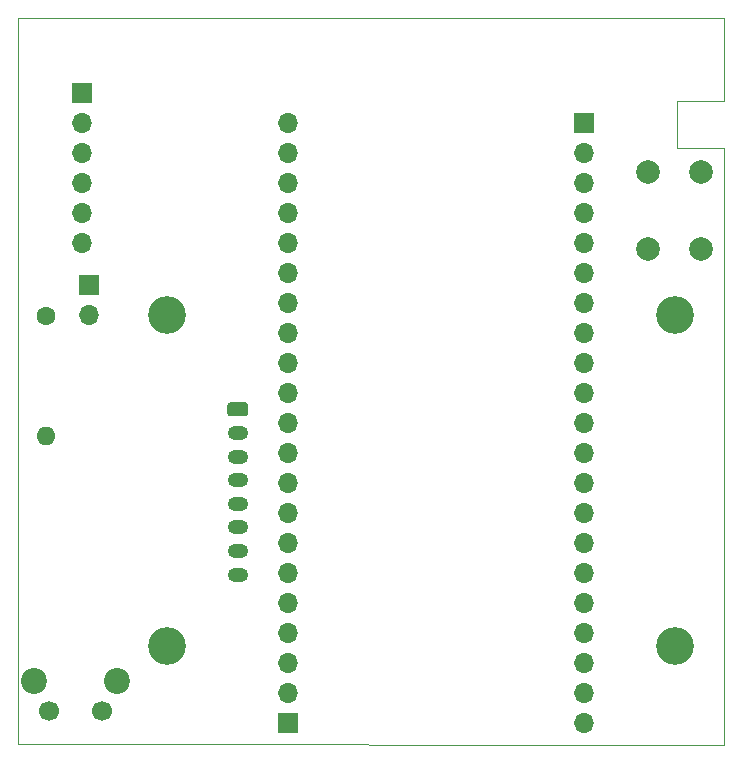
<source format=gbr>
%TF.GenerationSoftware,KiCad,Pcbnew,5.1.10-88a1d61d58~90~ubuntu20.04.1*%
%TF.CreationDate,2022-03-29T12:07:09+02:00*%
%TF.ProjectId,schematic,73636865-6d61-4746-9963-2e6b69636164,rev?*%
%TF.SameCoordinates,Original*%
%TF.FileFunction,Soldermask,Bot*%
%TF.FilePolarity,Negative*%
%FSLAX46Y46*%
G04 Gerber Fmt 4.6, Leading zero omitted, Abs format (unit mm)*
G04 Created by KiCad (PCBNEW 5.1.10-88a1d61d58~90~ubuntu20.04.1) date 2022-03-29 12:07:09*
%MOMM*%
%LPD*%
G01*
G04 APERTURE LIST*
%TA.AperFunction,Profile*%
%ADD10C,0.050000*%
%TD*%
%ADD11O,1.600000X1.600000*%
%ADD12C,1.600000*%
%ADD13O,1.700000X1.700000*%
%ADD14R,1.700000X1.700000*%
%ADD15C,3.200000*%
%ADD16C,2.000000*%
%ADD17C,1.700000*%
%ADD18C,2.200000*%
%ADD19O,1.750000X1.200000*%
G04 APERTURE END LIST*
D10*
X146900000Y-72600000D02*
X146900000Y-72600000D01*
X146900000Y-68600000D02*
X146900000Y-61600000D01*
X142900000Y-72600000D02*
X146900000Y-72600000D01*
X142900000Y-68600000D02*
X142900000Y-72600000D01*
X146900000Y-68600000D02*
X142900000Y-68600000D01*
X87100000Y-123063000D02*
X146900000Y-123079000D01*
X146900000Y-61600000D02*
X87100000Y-61600000D01*
X87100000Y-61600000D02*
X87100000Y-123063000D01*
X146900000Y-123079000D02*
X146900000Y-72600000D01*
D11*
%TO.C,R2*%
X89450000Y-96960000D03*
D12*
X89450000Y-86800000D03*
%TD*%
D13*
%TO.C,R1*%
X93100000Y-86740000D03*
D14*
X93100000Y-84200000D03*
%TD*%
D15*
%TO.C, *%
X99700000Y-86700000D03*
%TD*%
%TO.C, *%
X142700000Y-114700000D03*
%TD*%
%TO.C, *%
X142700000Y-86700000D03*
%TD*%
%TO.C,REF\u002A\u002A*%
X99700000Y-114700000D03*
%TD*%
D16*
%TO.C,SW1*%
X144900000Y-81100000D03*
X140400000Y-81100000D03*
X144900000Y-74600000D03*
X140400000Y-74600000D03*
%TD*%
D17*
%TO.C,SW2*%
X94200000Y-120200000D03*
X89700000Y-120200000D03*
D18*
X95450000Y-117700000D03*
X88450000Y-117700000D03*
%TD*%
D19*
%TO.C,J4*%
X105700000Y-108700000D03*
X105700000Y-106700000D03*
X105700000Y-104700000D03*
X105700000Y-102700000D03*
X105700000Y-100700000D03*
X105700000Y-98700000D03*
X105700000Y-96700000D03*
G36*
G01*
X105074999Y-94100000D02*
X106325001Y-94100000D01*
G75*
G02*
X106575000Y-94349999I0J-249999D01*
G01*
X106575000Y-95050001D01*
G75*
G02*
X106325001Y-95300000I-249999J0D01*
G01*
X105074999Y-95300000D01*
G75*
G02*
X104825000Y-95050001I0J249999D01*
G01*
X104825000Y-94349999D01*
G75*
G02*
X105074999Y-94100000I249999J0D01*
G01*
G37*
%TD*%
D14*
%TO.C,J1*%
X135000000Y-70445000D03*
D13*
X135000000Y-72985000D03*
X135000000Y-75525000D03*
X135000000Y-78065000D03*
X135000000Y-80605000D03*
X135000000Y-83145000D03*
X135000000Y-85685000D03*
X135000000Y-88225000D03*
X135000000Y-90765000D03*
X135000000Y-93305000D03*
X135000000Y-95845000D03*
X135000000Y-98385000D03*
X135000000Y-100925000D03*
X135000000Y-103465000D03*
X135000000Y-106005000D03*
X135000000Y-108545000D03*
X135000000Y-111085000D03*
X135000000Y-113625000D03*
X135000000Y-116165000D03*
X135000000Y-118705000D03*
X135000000Y-121245000D03*
%TD*%
D14*
%TO.C,J2*%
X92500000Y-67900000D03*
D13*
X92500000Y-70440000D03*
X92500000Y-72980000D03*
X92500000Y-75520000D03*
X92500000Y-78060000D03*
X92500000Y-80600000D03*
%TD*%
%TO.C,J3*%
X110000000Y-70445000D03*
X110000000Y-72985000D03*
X110000000Y-75525000D03*
X110000000Y-78065000D03*
X110000000Y-80605000D03*
X110000000Y-83145000D03*
X110000000Y-85685000D03*
X110000000Y-88225000D03*
X110000000Y-90765000D03*
X110000000Y-93305000D03*
X110000000Y-95845000D03*
X110000000Y-98385000D03*
X110000000Y-100925000D03*
X110000000Y-103465000D03*
X110000000Y-106005000D03*
X110000000Y-108545000D03*
X110000000Y-111085000D03*
X110000000Y-113625000D03*
X110000000Y-116165000D03*
X110000000Y-118705000D03*
D14*
X110000000Y-121245000D03*
%TD*%
M02*

</source>
